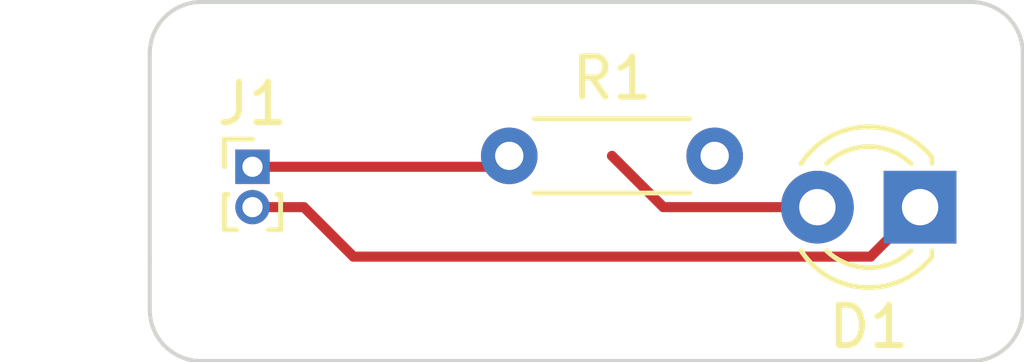
<source format=kicad_pcb>
(kicad_pcb (version 20221018) (generator pcbnew)
  (layers (0 "F.Cu" signal) (31 "B.Cu" signal) (34 "B.Paste" user) (35 "F.Paste" user) (36 "B.SilkS" user "B.Silkscreen") (37 "F.SilkS" user "F.Silkscreen") (38 "B.Mask" user) (39 "F.Mask" user) (44 "Edge.Cuts" user))
  (net 0 "")
  (net 1 "Net-(D1-K)")
  (net 2 "Net-(D1-A)")
  (net 3 "Net-(J1-Pin_1)")
  (footprint "LED_THT:LED_D3.0mm" (layer "F.Cu") (at 125.73 92.71 180)
    (fp_text reference "D1" (at 1.27 -2.96) (layer "F.SilkS"))
    (fp_text value "LED")
    (fp_line (start -0.29 -1.236) (end -0.29 -1.08) (stroke (width 0.12)) (layer "F.SilkS"))
    (fp_line (start -0.29 1.08) (end -0.29 1.236) (stroke (width 0.12)) (layer "F.SilkS"))
    (fp_arc (start -0.29 -1.235516) (mid 1.366487 -1.987659) (end 2.942335 -1.078608) (stroke (width 0.12)) (layer "F.SilkS"))
    (fp_arc (start 0.229039 -1.08) (mid 1.270117 -1.5) (end 2.31113 -1.079837) (stroke (width 0.12)) (layer "F.SilkS"))
    (fp_arc (start 2.31113 1.079837) (mid 1.270117 1.5) (end 0.229039 1.08) (stroke (width 0.12)) (layer "F.SilkS"))
    (fp_arc (start 2.942335 1.078608) (mid 1.366487 1.987659) (end -0.29 1.235516) (stroke (width 0.12)) (layer "F.SilkS"))
    (pad "1" thru_hole rect (at 0 0 180) (size 1.8 1.8) (drill 0.9) (layers "*.Cu" "*.Mask") (net 1 "Net-(D1-K)"))
    (pad "2" thru_hole circle (at 2.54 0 180) (size 1.8 1.8) (drill 0.9) (layers "*.Cu" "*.Mask") (net 2 "Net-(D1-A)"))
  )
  (footprint "Connector_PinHeader_1.00mm:PinHeader_1x02_P1.00mm_Vertical" (layer "F.Cu") (at 109.22 91.71)
    (fp_text reference "J1" (at 0 -1.56) (layer "F.SilkS"))
    (fp_text value "Conn_01x02_Pin")
    (fp_line (start -0.695 -0.685) (end 0 -0.685) (stroke (width 0.12)) (layer "F.SilkS"))
    (fp_line (start -0.695 0) (end -0.695 -0.685) (stroke (width 0.12)) (layer "F.SilkS"))
    (fp_line (start -0.695 0.685) (end -0.695 1.56) (stroke (width 0.12)) (layer "F.SilkS"))
    (fp_line (start -0.695 0.685) (end -0.608276 0.685) (stroke (width 0.12)) (layer "F.SilkS"))
    (fp_line (start -0.695 1.56) (end -0.394493 1.56) (stroke (width 0.12)) (layer "F.SilkS"))
    (fp_line (start 0.394493 1.56) (end 0.695 1.56) (stroke (width 0.12)) (layer "F.SilkS"))
    (fp_line (start 0.608276 0.685) (end 0.695 0.685) (stroke (width 0.12)) (layer "F.SilkS"))
    (fp_line (start 0.695 0.685) (end 0.695 1.56) (stroke (width 0.12)) (layer "F.SilkS"))
    (pad "1" thru_hole rect (at 0 0) (size 0.85 0.85) (drill 0.5) (layers "*.Cu" "*.Mask") (net 3 "Net-(J1-Pin_1)"))
    (pad "2" thru_hole oval (at 0 1) (size 0.85 0.85) (drill 0.5) (layers "*.Cu" "*.Mask") (net 1 "Net-(D1-K)"))
  )
  (footprint "Resistor_THT:R_Axial_DIN0204_L3.6mm_D1.6mm_P5.08mm_Horizontal" (layer "F.Cu") (at 115.57 91.44)
    (fp_text reference "R1" (at 2.54 -1.92) (layer "F.SilkS"))
    (fp_text value "R")
    (fp_line (start 0.62 -0.92) (end 4.46 -0.92) (stroke (width 0.12)) (layer "F.SilkS"))
    (fp_line (start 0.62 0.92) (end 4.46 0.92) (stroke (width 0.12)) (layer "F.SilkS"))
    (pad "1" thru_hole circle (at 0 0) (size 1.4 1.4) (drill 0.7) (layers "*.Cu" "*.Mask") (net 3 "Net-(J1-Pin_1)"))
    (pad "2" thru_hole oval (at 5.08 0) (size 1.4 1.4) (drill 0.7) (layers "*.Cu" "*.Mask") (net 2 "Net-(D1-A)"))
  )
  (gr_arc (start 127 87.63) (mid 127.898026 88.001974) (end 128.27 88.9) (stroke (width 0.1)) (layer "Edge.Cuts"))
  (gr_arc (start 107.95 96.52) (mid 107.051974 96.148026) (end 106.68 95.25) (stroke (width 0.1)) (layer "Edge.Cuts"))
  (gr_line (start 106.68 93.98) (end 106.68 95.25) (stroke (width 0.1)) (layer "Edge.Cuts"))
  (gr_line (start 128.27 95.25) (end 128.27 88.9) (stroke (width 0.1)) (layer "Edge.Cuts"))
  (gr_line (start 127 87.63) (end 107.95 87.63) (stroke (width 0.1)) (layer "Edge.Cuts"))
  (gr_line (start 127 96.52) (end 107.95 96.52) (stroke (width 0.1)) (layer "Edge.Cuts"))
  (gr_line (start 106.68 88.9) (end 106.68 93.98) (stroke (width 0.1)) (layer "Edge.Cuts"))
  (gr_arc (start 106.68 88.9) (mid 107.051974 88.001974) (end 107.95 87.63) (stroke (width 0.1)) (layer "Edge.Cuts"))
  (gr_arc (start 128.27 95.25) (mid 127.898026 96.148026) (end 127 96.52) (stroke (width 0.1)) (layer "Edge.Cuts"))
  (segment (start 111.715 93.935) (end 110.49 92.71) (width 0.25) (layer "F.Cu") (net 1))
  (segment (start 124.505 93.935) (end 111.715 93.935) (width 0.25) (layer "F.Cu") (net 1))
  (segment (start 125.73 92.71) (end 124.505 93.935) (width 0.25) (layer "F.Cu") (net 1))
  (segment (start 110.49 92.71) (end 109.22 92.71) (width 0.25) (layer "F.Cu") (net 1))
  (segment (start 118.11 91.44) (end 119.38 92.71) (width 0.25) (layer "F.Cu") (net 2))
  (segment (start 119.38 92.71) (end 123.19 92.71) (width 0.25) (layer "F.Cu") (net 2))
  (segment (start 109.22 91.71) (end 115.3 91.71) (width 0.25) (layer "F.Cu") (net 3))
  (segment (start 115.3 91.71) (end 115.57 91.44) (width 0.25) (layer "F.Cu") (net 3))
)
</source>
